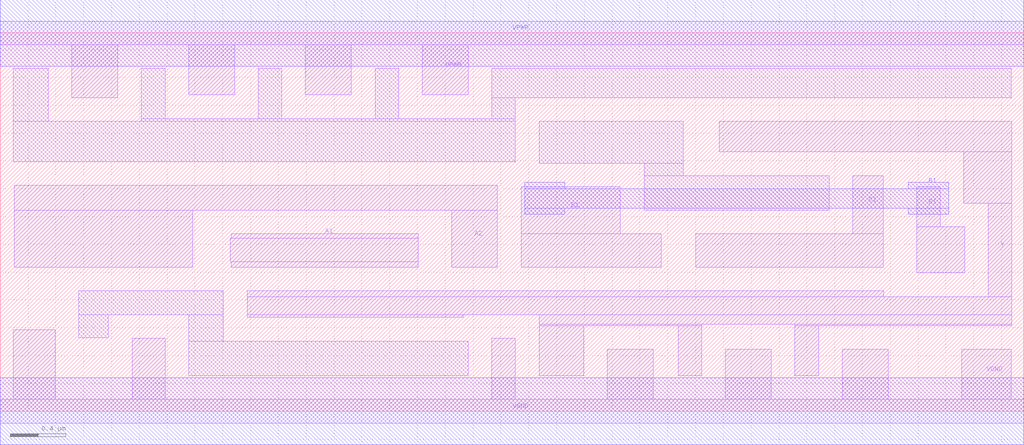
<source format=lef>
# Copyright 2020 The SkyWater PDK Authors
#
# Licensed under the Apache License, Version 2.0 (the "License");
# you may not use this file except in compliance with the License.
# You may obtain a copy of the License at
#
#     https://www.apache.org/licenses/LICENSE-2.0
#
# Unless required by applicable law or agreed to in writing, software
# distributed under the License is distributed on an "AS IS" BASIS,
# WITHOUT WARRANTIES OR CONDITIONS OF ANY KIND, either express or implied.
# See the License for the specific language governing permissions and
# limitations under the License.
#
# SPDX-License-Identifier: Apache-2.0

VERSION 5.5 ;
NAMESCASESENSITIVE ON ;
BUSBITCHARS "[]" ;
DIVIDERCHAR "/" ;
MACRO sky130_fd_sc_hd__a211oi_4
  CLASS CORE ;
  SOURCE USER ;
  ORIGIN  0.000000  0.000000 ;
  SIZE  7.360000 BY  2.720000 ;
  SYMMETRY X Y R90 ;
  SITE unithd ;
  PIN A1
    ANTENNAGATEAREA  0.990000 ;
    DIRECTION INPUT ;
    USE SIGNAL ;
    PORT
      LAYER li1 ;
        RECT 1.655000 1.075000 3.005000 1.245000 ;
        RECT 1.660000 1.035000 3.005000 1.075000 ;
        RECT 1.660000 1.245000 3.005000 1.275000 ;
    END
  END A1
  PIN A2
    ANTENNAGATEAREA  0.990000 ;
    DIRECTION INPUT ;
    USE SIGNAL ;
    PORT
      LAYER li1 ;
        RECT 0.100000 1.035000 1.385000 1.445000 ;
        RECT 0.100000 1.445000 3.575000 1.625000 ;
        RECT 3.245000 1.035000 3.575000 1.445000 ;
    END
  END A2
  PIN B1
    ANTENNAGATEAREA  0.990000 ;
    DIRECTION INPUT ;
    USE SIGNAL ;
    PORT
      LAYER li1 ;
        RECT 3.745000 1.035000 4.755000 1.275000 ;
        RECT 3.745000 1.275000 4.460000 1.615000 ;
    END
    PORT
      LAYER li1 ;
        RECT 6.590000 0.995000 6.935000 1.325000 ;
        RECT 6.590000 1.325000 6.760000 1.615000 ;
    END
    PORT
      LAYER met1 ;
        RECT 3.770000 1.415000 4.060000 1.460000 ;
        RECT 3.770000 1.460000 6.820000 1.600000 ;
        RECT 3.770000 1.600000 4.060000 1.645000 ;
        RECT 6.530000 1.415000 6.820000 1.460000 ;
        RECT 6.530000 1.600000 6.820000 1.645000 ;
    END
  END B1
  PIN C1
    ANTENNAGATEAREA  0.990000 ;
    DIRECTION INPUT ;
    USE SIGNAL ;
    PORT
      LAYER li1 ;
        RECT 5.000000 1.035000 6.350000 1.275000 ;
        RECT 6.130000 1.275000 6.350000 1.695000 ;
    END
  END C1
  PIN Y
    ANTENNADIFFAREA  1.685000 ;
    DIRECTION OUTPUT ;
    USE SIGNAL ;
    PORT
      LAYER li1 ;
        RECT 1.775000 0.675000 3.330000 0.695000 ;
        RECT 1.775000 0.695000 7.275000 0.825000 ;
        RECT 1.775000 0.825000 6.355000 0.865000 ;
        RECT 3.875000 0.255000 4.195000 0.615000 ;
        RECT 3.875000 0.615000 5.045000 0.625000 ;
        RECT 3.875000 0.625000 7.275000 0.695000 ;
        RECT 4.875000 0.255000 5.045000 0.615000 ;
        RECT 5.170000 1.865000 7.275000 2.085000 ;
        RECT 5.715000 0.255000 5.885000 0.615000 ;
        RECT 5.715000 0.615000 7.275000 0.625000 ;
        RECT 6.930000 1.495000 7.275000 1.865000 ;
        RECT 7.105000 0.825000 7.275000 1.495000 ;
    END
  END Y
  PIN VGND
    DIRECTION INOUT ;
    SHAPE ABUTMENT ;
    USE GROUND ;
    PORT
      LAYER li1 ;
        RECT 0.000000 -0.085000 7.360000 0.085000 ;
        RECT 0.095000  0.085000 0.395000 0.585000 ;
        RECT 0.950000  0.085000 1.185000 0.525000 ;
        RECT 3.535000  0.085000 3.705000 0.525000 ;
        RECT 4.365000  0.085000 4.695000 0.445000 ;
        RECT 5.215000  0.085000 5.545000 0.445000 ;
        RECT 6.055000  0.085000 6.385000 0.445000 ;
        RECT 6.915000  0.085000 7.270000 0.445000 ;
    END
    PORT
      LAYER met1 ;
        RECT 0.000000 -0.240000 7.360000 0.240000 ;
    END
  END VGND
  PIN VPWR
    DIRECTION INOUT ;
    SHAPE ABUTMENT ;
    USE POWER ;
    PORT
      LAYER li1 ;
        RECT 0.000000 2.635000 7.360000 2.805000 ;
        RECT 0.515000 2.255000 0.845000 2.635000 ;
        RECT 1.355000 2.275000 1.685000 2.635000 ;
        RECT 2.195000 2.275000 2.525000 2.635000 ;
        RECT 3.035000 2.275000 3.365000 2.635000 ;
    END
    PORT
      LAYER met1 ;
        RECT 0.000000 2.480000 7.360000 2.960000 ;
    END
  END VPWR
  OBS
    LAYER li1 ;
      RECT 0.095000 1.795000 3.705000 2.085000 ;
      RECT 0.095000 2.085000 0.345000 2.465000 ;
      RECT 0.565000 0.530000 0.775000 0.695000 ;
      RECT 0.565000 0.695000 1.605000 0.865000 ;
      RECT 1.015000 2.085000 3.705000 2.105000 ;
      RECT 1.015000 2.105000 1.185000 2.465000 ;
      RECT 1.355000 0.255000 3.365000 0.505000 ;
      RECT 1.355000 0.505000 1.605000 0.695000 ;
      RECT 1.855000 2.105000 2.025000 2.465000 ;
      RECT 2.695000 2.105000 2.865000 2.465000 ;
      RECT 3.535000 2.105000 3.705000 2.255000 ;
      RECT 3.535000 2.255000 7.270000 2.465000 ;
      RECT 3.875000 1.785000 4.910000 2.085000 ;
      RECT 4.630000 1.445000 5.960000 1.695000 ;
      RECT 4.630000 1.695000 4.910000 1.785000 ;
  END
END sky130_fd_sc_hd__a211oi_4

</source>
